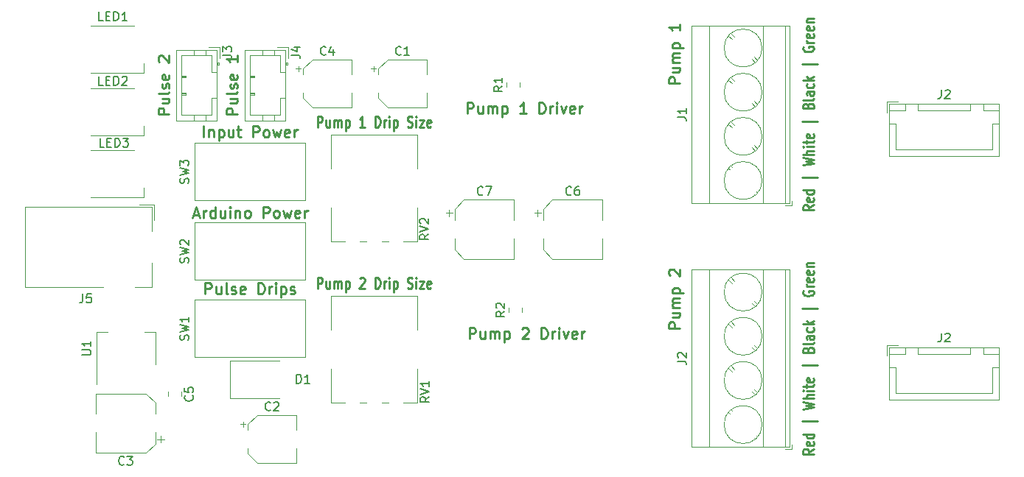
<source format=gto>
%MOIN*%
%OFA0B0*%
%FSLAX46Y46*%
%IPPOS*%
%LPD*%
%ADD10C,0.0047244094488188976*%
%ADD11C,0.005905511811023622*%
%ADD22C,0.00984251968503937*%
%ADD23C,0.0047244094488188976*%
%ADD24C,0.005905511811023622*%
%ADD25C,0.0047244094488188976*%
%ADD26C,0.005905511811023622*%
G01*
D10*
X0003913015Y0000630826D02*
X0003913015Y0000581614D01*
X0003962228Y0000630826D02*
X0003913015Y0000630826D01*
X0004391362Y0000414291D02*
X0004172858Y0000414291D01*
X0004391362Y0000530433D02*
X0004391362Y0000414291D01*
X0004420889Y0000530433D02*
X0004391362Y0000530433D01*
X0003954354Y0000414291D02*
X0004172858Y0000414291D01*
X0003954354Y0000530433D02*
X0003954354Y0000414291D01*
X0003924826Y0000530433D02*
X0003954354Y0000530433D01*
X0004420889Y0000619015D02*
X0004350023Y0000619015D01*
X0004420889Y0000589488D02*
X0004420889Y0000619015D01*
X0004350023Y0000589488D02*
X0004420889Y0000589488D01*
X0004350023Y0000619015D02*
X0004350023Y0000589488D01*
X0003995692Y0000619015D02*
X0003924826Y0000619015D01*
X0003995692Y0000589488D02*
X0003995692Y0000619015D01*
X0003924826Y0000589488D02*
X0003995692Y0000589488D01*
X0003924826Y0000619015D02*
X0003924826Y0000589488D01*
X0004290968Y0000619015D02*
X0004054748Y0000619015D01*
X0004290968Y0000589488D02*
X0004290968Y0000619015D01*
X0004054748Y0000589488D02*
X0004290968Y0000589488D01*
X0004054748Y0000619015D02*
X0004054748Y0000589488D01*
X0004421283Y0000619409D02*
X0003924433Y0000619409D01*
X0004421283Y0000384370D02*
X0004421283Y0000619409D01*
X0003924433Y0000384370D02*
X0004421283Y0000384370D01*
X0003924433Y0000619409D02*
X0003924433Y0000384370D01*
D11*
X0004159734Y0000683882D02*
X0004159734Y0000655761D01*
X0004157860Y0000650136D01*
X0004154110Y0000646387D01*
X0004148486Y0000644512D01*
X0004144736Y0000644512D01*
X0004176607Y0000680133D02*
X0004178482Y0000682007D01*
X0004182232Y0000683882D01*
X0004191605Y0000683882D01*
X0004195355Y0000682007D01*
X0004197230Y0000680133D01*
X0004199104Y0000676383D01*
X0004199104Y0000672634D01*
X0004197230Y0000667009D01*
X0004174733Y0000644512D01*
X0004199104Y0000644512D01*
G04 next file*
G04 #@! TF.GenerationSoftware,KiCad,Pcbnew,5.1.9-73d0e3b20d~88~ubuntu18.04.1*
G04 #@! TF.CreationDate,2021-02-13T22:05:11-05:00*
G04 #@! TF.ProjectId,driver,64726976-6572-42e6-9b69-6361645f7063,v1.0.0*
G04 #@! TF.SameCoordinates,Original*
G04 #@! TF.FileFunction,Legend,Top*
G04 #@! TF.FilePolarity,Positive*
G04 Gerber Fmt 4.6, Leading zero omitted, Abs format (unit mm)*
G04 Created by KiCad (PCBNEW 5.1.9-73d0e3b20d~88~ubuntu18.04.1) date 2021-02-13 22:05:11*
G01*
G04 APERTURE LIST*
G04 APERTURE END LIST*
D22*
X0003582262Y0000159745D02*
X0003558828Y0000146622D01*
X0003582262Y0000137248D02*
X0003533050Y0000137248D01*
X0003533050Y0000152246D01*
X0003535393Y0000155996D01*
X0003537737Y0000157870D01*
X0003542423Y0000159745D01*
X0003549454Y0000159745D01*
X0003554141Y0000157870D01*
X0003556484Y0000155996D01*
X0003558828Y0000152246D01*
X0003558828Y0000137248D01*
X0003579919Y0000191616D02*
X0003582262Y0000187867D01*
X0003582262Y0000180368D01*
X0003579919Y0000176618D01*
X0003575232Y0000174743D01*
X0003556484Y0000174743D01*
X0003551797Y0000176618D01*
X0003549454Y0000180368D01*
X0003549454Y0000187867D01*
X0003551797Y0000191616D01*
X0003556484Y0000193491D01*
X0003561171Y0000193491D01*
X0003565858Y0000174743D01*
X0003582262Y0000227237D02*
X0003533050Y0000227237D01*
X0003579919Y0000227237D02*
X0003582262Y0000223487D01*
X0003582262Y0000215988D01*
X0003579919Y0000212239D01*
X0003577575Y0000210364D01*
X0003572888Y0000208489D01*
X0003558828Y0000208489D01*
X0003554141Y0000210364D01*
X0003551797Y0000212239D01*
X0003549454Y0000215988D01*
X0003549454Y0000223487D01*
X0003551797Y0000227237D01*
X0003598666Y0000285355D02*
X0003528363Y0000285355D01*
X0003533050Y0000339723D02*
X0003582262Y0000349097D01*
X0003547110Y0000356596D01*
X0003582262Y0000364095D01*
X0003533050Y0000373468D01*
X0003582262Y0000388467D02*
X0003533050Y0000388467D01*
X0003582262Y0000405340D02*
X0003556484Y0000405340D01*
X0003551797Y0000403465D01*
X0003549454Y0000399715D01*
X0003549454Y0000394091D01*
X0003551797Y0000390341D01*
X0003554141Y0000388467D01*
X0003582262Y0000424087D02*
X0003549454Y0000424087D01*
X0003533050Y0000424087D02*
X0003535393Y0000422212D01*
X0003537737Y0000424087D01*
X0003535393Y0000425962D01*
X0003533050Y0000424087D01*
X0003537737Y0000424087D01*
X0003549454Y0000437211D02*
X0003549454Y0000452209D01*
X0003533050Y0000442835D02*
X0003575232Y0000442835D01*
X0003579919Y0000444710D01*
X0003582262Y0000448459D01*
X0003582262Y0000452209D01*
X0003579919Y0000480330D02*
X0003582262Y0000476581D01*
X0003582262Y0000469082D01*
X0003579919Y0000465332D01*
X0003575232Y0000463457D01*
X0003556484Y0000463457D01*
X0003551797Y0000465332D01*
X0003549454Y0000469082D01*
X0003549454Y0000476581D01*
X0003551797Y0000480330D01*
X0003556484Y0000482205D01*
X0003561171Y0000482205D01*
X0003565858Y0000463457D01*
X0003598666Y0000538448D02*
X0003528363Y0000538448D01*
X0003556484Y0000609689D02*
X0003558828Y0000615313D01*
X0003561171Y0000617188D01*
X0003565858Y0000619063D01*
X0003572888Y0000619063D01*
X0003577575Y0000617188D01*
X0003579919Y0000615313D01*
X0003582262Y0000611564D01*
X0003582262Y0000596566D01*
X0003533050Y0000596566D01*
X0003533050Y0000609689D01*
X0003535393Y0000613439D01*
X0003537737Y0000615313D01*
X0003542423Y0000617188D01*
X0003547110Y0000617188D01*
X0003551797Y0000615313D01*
X0003554141Y0000613439D01*
X0003556484Y0000609689D01*
X0003556484Y0000596566D01*
X0003582262Y0000641560D02*
X0003579919Y0000637810D01*
X0003575232Y0000635936D01*
X0003533050Y0000635936D01*
X0003582262Y0000673431D02*
X0003556484Y0000673431D01*
X0003551797Y0000671556D01*
X0003549454Y0000667807D01*
X0003549454Y0000660308D01*
X0003551797Y0000656558D01*
X0003579919Y0000673431D02*
X0003582262Y0000669681D01*
X0003582262Y0000660308D01*
X0003579919Y0000656558D01*
X0003575232Y0000654683D01*
X0003570545Y0000654683D01*
X0003565858Y0000656558D01*
X0003563515Y0000660308D01*
X0003563515Y0000669681D01*
X0003561171Y0000673431D01*
X0003579919Y0000709052D02*
X0003582262Y0000705302D01*
X0003582262Y0000697803D01*
X0003579919Y0000694053D01*
X0003577575Y0000692179D01*
X0003572888Y0000690304D01*
X0003558828Y0000690304D01*
X0003554141Y0000692179D01*
X0003551797Y0000694053D01*
X0003549454Y0000697803D01*
X0003549454Y0000705302D01*
X0003551797Y0000709052D01*
X0003582262Y0000725924D02*
X0003533050Y0000725924D01*
X0003563515Y0000729674D02*
X0003582262Y0000740923D01*
X0003549454Y0000740923D02*
X0003568202Y0000725924D01*
X0003598666Y0000797166D02*
X0003528363Y0000797166D01*
X0003535393Y0000875906D02*
X0003533050Y0000872156D01*
X0003533050Y0000866532D01*
X0003535393Y0000860908D01*
X0003540080Y0000857158D01*
X0003544767Y0000855283D01*
X0003554141Y0000853409D01*
X0003561171Y0000853409D01*
X0003570545Y0000855283D01*
X0003575232Y0000857158D01*
X0003579919Y0000860908D01*
X0003582262Y0000866532D01*
X0003582262Y0000870281D01*
X0003579919Y0000875906D01*
X0003577575Y0000877780D01*
X0003561171Y0000877780D01*
X0003561171Y0000870281D01*
X0003582262Y0000894653D02*
X0003549454Y0000894653D01*
X0003558828Y0000894653D02*
X0003554141Y0000896528D01*
X0003551797Y0000898403D01*
X0003549454Y0000902152D01*
X0003549454Y0000905902D01*
X0003579919Y0000934023D02*
X0003582262Y0000930274D01*
X0003582262Y0000922775D01*
X0003579919Y0000919025D01*
X0003575232Y0000917151D01*
X0003556484Y0000917151D01*
X0003551797Y0000919025D01*
X0003549454Y0000922775D01*
X0003549454Y0000930274D01*
X0003551797Y0000934023D01*
X0003556484Y0000935898D01*
X0003561171Y0000935898D01*
X0003565858Y0000917151D01*
X0003579919Y0000967769D02*
X0003582262Y0000964020D01*
X0003582262Y0000956521D01*
X0003579919Y0000952771D01*
X0003575232Y0000950896D01*
X0003556484Y0000950896D01*
X0003551797Y0000952771D01*
X0003549454Y0000956521D01*
X0003549454Y0000964020D01*
X0003551797Y0000967769D01*
X0003556484Y0000969644D01*
X0003561171Y0000969644D01*
X0003565858Y0000950896D01*
X0003549454Y0000986517D02*
X0003582262Y0000986517D01*
X0003554141Y0000986517D02*
X0003551797Y0000988392D01*
X0003549454Y0000992141D01*
X0003549454Y0000997765D01*
X0003551797Y0001001515D01*
X0003556484Y0001003390D01*
X0003582262Y0001003390D01*
X0003582262Y0001264745D02*
X0003558828Y0001251622D01*
X0003582262Y0001242248D02*
X0003533050Y0001242248D01*
X0003533050Y0001257246D01*
X0003535393Y0001260996D01*
X0003537737Y0001262870D01*
X0003542423Y0001264745D01*
X0003549454Y0001264745D01*
X0003554141Y0001262870D01*
X0003556484Y0001260996D01*
X0003558828Y0001257246D01*
X0003558828Y0001242248D01*
X0003579919Y0001296616D02*
X0003582262Y0001292867D01*
X0003582262Y0001285368D01*
X0003579919Y0001281618D01*
X0003575232Y0001279743D01*
X0003556484Y0001279743D01*
X0003551797Y0001281618D01*
X0003549454Y0001285368D01*
X0003549454Y0001292867D01*
X0003551797Y0001296616D01*
X0003556484Y0001298491D01*
X0003561171Y0001298491D01*
X0003565858Y0001279743D01*
X0003582262Y0001332237D02*
X0003533050Y0001332237D01*
X0003579919Y0001332237D02*
X0003582262Y0001328487D01*
X0003582262Y0001320988D01*
X0003579919Y0001317239D01*
X0003577575Y0001315364D01*
X0003572888Y0001313489D01*
X0003558828Y0001313489D01*
X0003554141Y0001315364D01*
X0003551797Y0001317239D01*
X0003549454Y0001320988D01*
X0003549454Y0001328487D01*
X0003551797Y0001332237D01*
X0003598666Y0001390355D02*
X0003528363Y0001390355D01*
X0003533050Y0001444723D02*
X0003582262Y0001454097D01*
X0003547110Y0001461596D01*
X0003582262Y0001469095D01*
X0003533050Y0001478468D01*
X0003582262Y0001493467D02*
X0003533050Y0001493467D01*
X0003582262Y0001510340D02*
X0003556484Y0001510340D01*
X0003551797Y0001508465D01*
X0003549454Y0001504715D01*
X0003549454Y0001499091D01*
X0003551797Y0001495341D01*
X0003554141Y0001493467D01*
X0003582262Y0001529087D02*
X0003549454Y0001529087D01*
X0003533050Y0001529087D02*
X0003535393Y0001527212D01*
X0003537737Y0001529087D01*
X0003535393Y0001530962D01*
X0003533050Y0001529087D01*
X0003537737Y0001529087D01*
X0003549454Y0001542211D02*
X0003549454Y0001557209D01*
X0003533050Y0001547835D02*
X0003575232Y0001547835D01*
X0003579919Y0001549710D01*
X0003582262Y0001553459D01*
X0003582262Y0001557209D01*
X0003579919Y0001585330D02*
X0003582262Y0001581581D01*
X0003582262Y0001574082D01*
X0003579919Y0001570332D01*
X0003575232Y0001568457D01*
X0003556484Y0001568457D01*
X0003551797Y0001570332D01*
X0003549454Y0001574082D01*
X0003549454Y0001581581D01*
X0003551797Y0001585330D01*
X0003556484Y0001587205D01*
X0003561171Y0001587205D01*
X0003565858Y0001568457D01*
X0003598666Y0001643448D02*
X0003528363Y0001643448D01*
X0003556484Y0001714689D02*
X0003558828Y0001720313D01*
X0003561171Y0001722188D01*
X0003565858Y0001724063D01*
X0003572888Y0001724063D01*
X0003577575Y0001722188D01*
X0003579919Y0001720313D01*
X0003582262Y0001716564D01*
X0003582262Y0001701566D01*
X0003533050Y0001701566D01*
X0003533050Y0001714689D01*
X0003535393Y0001718439D01*
X0003537737Y0001720313D01*
X0003542423Y0001722188D01*
X0003547110Y0001722188D01*
X0003551797Y0001720313D01*
X0003554141Y0001718439D01*
X0003556484Y0001714689D01*
X0003556484Y0001701566D01*
X0003582262Y0001746560D02*
X0003579919Y0001742810D01*
X0003575232Y0001740936D01*
X0003533050Y0001740936D01*
X0003582262Y0001778431D02*
X0003556484Y0001778431D01*
X0003551797Y0001776556D01*
X0003549454Y0001772807D01*
X0003549454Y0001765308D01*
X0003551797Y0001761558D01*
X0003579919Y0001778431D02*
X0003582262Y0001774681D01*
X0003582262Y0001765308D01*
X0003579919Y0001761558D01*
X0003575232Y0001759683D01*
X0003570545Y0001759683D01*
X0003565858Y0001761558D01*
X0003563515Y0001765308D01*
X0003563515Y0001774681D01*
X0003561171Y0001778431D01*
X0003579919Y0001814052D02*
X0003582262Y0001810302D01*
X0003582262Y0001802803D01*
X0003579919Y0001799053D01*
X0003577575Y0001797179D01*
X0003572888Y0001795304D01*
X0003558828Y0001795304D01*
X0003554141Y0001797179D01*
X0003551797Y0001799053D01*
X0003549454Y0001802803D01*
X0003549454Y0001810302D01*
X0003551797Y0001814052D01*
X0003582262Y0001830924D02*
X0003533050Y0001830924D01*
X0003563515Y0001834674D02*
X0003582262Y0001845923D01*
X0003549454Y0001845923D02*
X0003568202Y0001830924D01*
X0003598666Y0001902166D02*
X0003528363Y0001902166D01*
X0003535393Y0001980906D02*
X0003533050Y0001977156D01*
X0003533050Y0001971532D01*
X0003535393Y0001965908D01*
X0003540080Y0001962158D01*
X0003544767Y0001960283D01*
X0003554141Y0001958409D01*
X0003561171Y0001958409D01*
X0003570545Y0001960283D01*
X0003575232Y0001962158D01*
X0003579919Y0001965908D01*
X0003582262Y0001971532D01*
X0003582262Y0001975281D01*
X0003579919Y0001980906D01*
X0003577575Y0001982780D01*
X0003561171Y0001982780D01*
X0003561171Y0001975281D01*
X0003582262Y0001999653D02*
X0003549454Y0001999653D01*
X0003558828Y0001999653D02*
X0003554141Y0002001528D01*
X0003551797Y0002003403D01*
X0003549454Y0002007152D01*
X0003549454Y0002010902D01*
X0003579919Y0002039023D02*
X0003582262Y0002035274D01*
X0003582262Y0002027775D01*
X0003579919Y0002024025D01*
X0003575232Y0002022151D01*
X0003556484Y0002022151D01*
X0003551797Y0002024025D01*
X0003549454Y0002027775D01*
X0003549454Y0002035274D01*
X0003551797Y0002039023D01*
X0003556484Y0002040898D01*
X0003561171Y0002040898D01*
X0003565858Y0002022151D01*
X0003579919Y0002072769D02*
X0003582262Y0002069020D01*
X0003582262Y0002061521D01*
X0003579919Y0002057771D01*
X0003575232Y0002055896D01*
X0003556484Y0002055896D01*
X0003551797Y0002057771D01*
X0003549454Y0002061521D01*
X0003549454Y0002069020D01*
X0003551797Y0002072769D01*
X0003556484Y0002074644D01*
X0003561171Y0002074644D01*
X0003565858Y0002055896D01*
X0003549454Y0002091517D02*
X0003582262Y0002091517D01*
X0003554141Y0002091517D02*
X0003551797Y0002093392D01*
X0003549454Y0002097141D01*
X0003549454Y0002102765D01*
X0003551797Y0002106515D01*
X0003556484Y0002108390D01*
X0003582262Y0002108390D01*
X0001338669Y0000887056D02*
X0001338669Y0000936269D01*
X0001353667Y0000936269D01*
X0001357416Y0000933925D01*
X0001359291Y0000931582D01*
X0001361166Y0000926895D01*
X0001361166Y0000919864D01*
X0001359291Y0000915178D01*
X0001357416Y0000912834D01*
X0001353667Y0000910491D01*
X0001338669Y0000910491D01*
X0001394912Y0000919864D02*
X0001394912Y0000887056D01*
X0001378039Y0000919864D02*
X0001378039Y0000894086D01*
X0001379914Y0000889400D01*
X0001383663Y0000887056D01*
X0001389287Y0000887056D01*
X0001393037Y0000889400D01*
X0001394912Y0000891743D01*
X0001413659Y0000887056D02*
X0001413659Y0000919864D01*
X0001413659Y0000915178D02*
X0001415534Y0000917521D01*
X0001419284Y0000919864D01*
X0001424908Y0000919864D01*
X0001428657Y0000917521D01*
X0001430532Y0000912834D01*
X0001430532Y0000887056D01*
X0001430532Y0000912834D02*
X0001432407Y0000917521D01*
X0001436157Y0000919864D01*
X0001441781Y0000919864D01*
X0001445530Y0000917521D01*
X0001447405Y0000912834D01*
X0001447405Y0000887056D01*
X0001466153Y0000919864D02*
X0001466153Y0000870652D01*
X0001466153Y0000917521D02*
X0001469902Y0000919864D01*
X0001477401Y0000919864D01*
X0001481151Y0000917521D01*
X0001483026Y0000915178D01*
X0001484900Y0000910491D01*
X0001484900Y0000896430D01*
X0001483026Y0000891743D01*
X0001481151Y0000889400D01*
X0001477401Y0000887056D01*
X0001469902Y0000887056D01*
X0001466153Y0000889400D01*
X0001529895Y0000931582D02*
X0001531770Y0000933925D01*
X0001535519Y0000936269D01*
X0001544893Y0000936269D01*
X0001548642Y0000933925D01*
X0001550517Y0000931582D01*
X0001552392Y0000926895D01*
X0001552392Y0000922208D01*
X0001550517Y0000915178D01*
X0001528020Y0000887056D01*
X0001552392Y0000887056D01*
X0001599261Y0000887056D02*
X0001599261Y0000936269D01*
X0001608635Y0000936269D01*
X0001614259Y0000933925D01*
X0001618009Y0000929238D01*
X0001619884Y0000924551D01*
X0001621758Y0000915178D01*
X0001621758Y0000908147D01*
X0001619884Y0000898773D01*
X0001618009Y0000894086D01*
X0001614259Y0000889400D01*
X0001608635Y0000887056D01*
X0001599261Y0000887056D01*
X0001638631Y0000887056D02*
X0001638631Y0000919864D01*
X0001638631Y0000910491D02*
X0001640506Y0000915178D01*
X0001642381Y0000917521D01*
X0001646130Y0000919864D01*
X0001649880Y0000919864D01*
X0001663003Y0000887056D02*
X0001663003Y0000919864D01*
X0001663003Y0000936269D02*
X0001661128Y0000933925D01*
X0001663003Y0000931582D01*
X0001664878Y0000933925D01*
X0001663003Y0000936269D01*
X0001663003Y0000931582D01*
X0001681751Y0000919864D02*
X0001681751Y0000870652D01*
X0001681751Y0000917521D02*
X0001685500Y0000919864D01*
X0001692999Y0000919864D01*
X0001696749Y0000917521D01*
X0001698624Y0000915178D01*
X0001700498Y0000910491D01*
X0001700498Y0000896430D01*
X0001698624Y0000891743D01*
X0001696749Y0000889400D01*
X0001692999Y0000887056D01*
X0001685500Y0000887056D01*
X0001681751Y0000889400D01*
X0001745493Y0000889400D02*
X0001751117Y0000887056D01*
X0001760491Y0000887056D01*
X0001764240Y0000889400D01*
X0001766115Y0000891743D01*
X0001767990Y0000896430D01*
X0001767990Y0000901117D01*
X0001766115Y0000905804D01*
X0001764240Y0000908147D01*
X0001760491Y0000910491D01*
X0001752992Y0000912834D01*
X0001749242Y0000915178D01*
X0001747368Y0000917521D01*
X0001745493Y0000922208D01*
X0001745493Y0000926895D01*
X0001747368Y0000931582D01*
X0001749242Y0000933925D01*
X0001752992Y0000936269D01*
X0001762366Y0000936269D01*
X0001767990Y0000933925D01*
X0001784863Y0000887056D02*
X0001784863Y0000919864D01*
X0001784863Y0000936269D02*
X0001782988Y0000933925D01*
X0001784863Y0000931582D01*
X0001786738Y0000933925D01*
X0001784863Y0000936269D01*
X0001784863Y0000931582D01*
X0001799861Y0000919864D02*
X0001820483Y0000919864D01*
X0001799861Y0000887056D01*
X0001820483Y0000887056D01*
X0001850480Y0000889400D02*
X0001846730Y0000887056D01*
X0001839231Y0000887056D01*
X0001835482Y0000889400D01*
X0001833607Y0000894086D01*
X0001833607Y0000912834D01*
X0001835482Y0000917521D01*
X0001839231Y0000919864D01*
X0001846730Y0000919864D01*
X0001850480Y0000917521D01*
X0001852355Y0000912834D01*
X0001852355Y0000908147D01*
X0001833607Y0000903460D01*
X0002025219Y0000658902D02*
X0002025219Y0000708115D01*
X0002043967Y0000708115D01*
X0002048654Y0000705772D01*
X0002050997Y0000703428D01*
X0002053341Y0000698741D01*
X0002053341Y0000691711D01*
X0002050997Y0000687024D01*
X0002048654Y0000684681D01*
X0002043967Y0000682337D01*
X0002025219Y0000682337D01*
X0002095523Y0000691711D02*
X0002095523Y0000658902D01*
X0002074432Y0000691711D02*
X0002074432Y0000665933D01*
X0002076775Y0000661246D01*
X0002081462Y0000658902D01*
X0002088492Y0000658902D01*
X0002093179Y0000661246D01*
X0002095523Y0000663589D01*
X0002118957Y0000658902D02*
X0002118957Y0000691711D01*
X0002118957Y0000687024D02*
X0002121301Y0000689367D01*
X0002125988Y0000691711D01*
X0002133018Y0000691711D01*
X0002137705Y0000689367D01*
X0002140049Y0000684681D01*
X0002140049Y0000658902D01*
X0002140049Y0000684681D02*
X0002142392Y0000689367D01*
X0002147079Y0000691711D01*
X0002154109Y0000691711D01*
X0002158796Y0000689367D01*
X0002161140Y0000684681D01*
X0002161140Y0000658902D01*
X0002184574Y0000691711D02*
X0002184574Y0000642498D01*
X0002184574Y0000689367D02*
X0002189261Y0000691711D01*
X0002198635Y0000691711D01*
X0002203322Y0000689367D01*
X0002205665Y0000687024D01*
X0002208009Y0000682337D01*
X0002208009Y0000668276D01*
X0002205665Y0000663589D01*
X0002203322Y0000661246D01*
X0002198635Y0000658902D01*
X0002189261Y0000658902D01*
X0002184574Y0000661246D01*
X0002264252Y0000703428D02*
X0002266595Y0000705772D01*
X0002271282Y0000708115D01*
X0002282999Y0000708115D01*
X0002287686Y0000705772D01*
X0002290030Y0000703428D01*
X0002292373Y0000698741D01*
X0002292373Y0000694054D01*
X0002290030Y0000687024D01*
X0002261908Y0000658902D01*
X0002292373Y0000658902D01*
X0002350960Y0000658902D02*
X0002350960Y0000708115D01*
X0002362677Y0000708115D01*
X0002369707Y0000705772D01*
X0002374394Y0000701085D01*
X0002376738Y0000696398D01*
X0002379081Y0000687024D01*
X0002379081Y0000679994D01*
X0002376738Y0000670620D01*
X0002374394Y0000665933D01*
X0002369707Y0000661246D01*
X0002362677Y0000658902D01*
X0002350960Y0000658902D01*
X0002400172Y0000658902D02*
X0002400172Y0000691711D01*
X0002400172Y0000682337D02*
X0002402516Y0000687024D01*
X0002404859Y0000689367D01*
X0002409546Y0000691711D01*
X0002414233Y0000691711D01*
X0002430637Y0000658902D02*
X0002430637Y0000691711D01*
X0002430637Y0000708115D02*
X0002428294Y0000705772D01*
X0002430637Y0000703428D01*
X0002432981Y0000705772D01*
X0002430637Y0000708115D01*
X0002430637Y0000703428D01*
X0002449385Y0000691711D02*
X0002461102Y0000658902D01*
X0002472819Y0000691711D01*
X0002510315Y0000661246D02*
X0002505628Y0000658902D01*
X0002496254Y0000658902D01*
X0002491567Y0000661246D01*
X0002489224Y0000665933D01*
X0002489224Y0000684681D01*
X0002491567Y0000689367D01*
X0002496254Y0000691711D01*
X0002505628Y0000691711D01*
X0002510315Y0000689367D01*
X0002512658Y0000684681D01*
X0002512658Y0000679994D01*
X0002489224Y0000675307D01*
X0002533749Y0000658902D02*
X0002533749Y0000691711D01*
X0002533749Y0000682337D02*
X0002536093Y0000687024D01*
X0002538436Y0000689367D01*
X0002543123Y0000691711D01*
X0002547810Y0000691711D01*
X0002015219Y0001678902D02*
X0002015219Y0001728115D01*
X0002033967Y0001728115D01*
X0002038654Y0001725772D01*
X0002040997Y0001723428D01*
X0002043341Y0001718741D01*
X0002043341Y0001711711D01*
X0002040997Y0001707024D01*
X0002038654Y0001704681D01*
X0002033967Y0001702337D01*
X0002015219Y0001702337D01*
X0002085523Y0001711711D02*
X0002085523Y0001678902D01*
X0002064432Y0001711711D02*
X0002064432Y0001685933D01*
X0002066775Y0001681246D01*
X0002071462Y0001678902D01*
X0002078492Y0001678902D01*
X0002083179Y0001681246D01*
X0002085523Y0001683589D01*
X0002108957Y0001678902D02*
X0002108957Y0001711711D01*
X0002108957Y0001707024D02*
X0002111301Y0001709367D01*
X0002115988Y0001711711D01*
X0002123018Y0001711711D01*
X0002127705Y0001709367D01*
X0002130049Y0001704681D01*
X0002130049Y0001678902D01*
X0002130049Y0001704681D02*
X0002132392Y0001709367D01*
X0002137079Y0001711711D01*
X0002144109Y0001711711D01*
X0002148796Y0001709367D01*
X0002151140Y0001704681D01*
X0002151140Y0001678902D01*
X0002174574Y0001711711D02*
X0002174574Y0001662498D01*
X0002174574Y0001709367D02*
X0002179261Y0001711711D01*
X0002188635Y0001711711D01*
X0002193322Y0001709367D01*
X0002195665Y0001707024D01*
X0002198009Y0001702337D01*
X0002198009Y0001688276D01*
X0002195665Y0001683589D01*
X0002193322Y0001681246D01*
X0002188635Y0001678902D01*
X0002179261Y0001678902D01*
X0002174574Y0001681246D01*
X0002282373Y0001678902D02*
X0002254252Y0001678902D01*
X0002268312Y0001678902D02*
X0002268312Y0001728115D01*
X0002263626Y0001721085D01*
X0002258939Y0001716398D01*
X0002254252Y0001714054D01*
X0002340960Y0001678902D02*
X0002340960Y0001728115D01*
X0002352677Y0001728115D01*
X0002359707Y0001725772D01*
X0002364394Y0001721085D01*
X0002366738Y0001716398D01*
X0002369081Y0001707024D01*
X0002369081Y0001699994D01*
X0002366738Y0001690620D01*
X0002364394Y0001685933D01*
X0002359707Y0001681246D01*
X0002352677Y0001678902D01*
X0002340960Y0001678902D01*
X0002390172Y0001678902D02*
X0002390172Y0001711711D01*
X0002390172Y0001702337D02*
X0002392516Y0001707024D01*
X0002394859Y0001709367D01*
X0002399546Y0001711711D01*
X0002404233Y0001711711D01*
X0002420637Y0001678902D02*
X0002420637Y0001711711D01*
X0002420637Y0001728115D02*
X0002418294Y0001725772D01*
X0002420637Y0001723428D01*
X0002422981Y0001725772D01*
X0002420637Y0001728115D01*
X0002420637Y0001723428D01*
X0002439385Y0001711711D02*
X0002451102Y0001678902D01*
X0002462819Y0001711711D01*
X0002500315Y0001681246D02*
X0002495628Y0001678902D01*
X0002486254Y0001678902D01*
X0002481567Y0001681246D01*
X0002479224Y0001685933D01*
X0002479224Y0001704681D01*
X0002481567Y0001709367D01*
X0002486254Y0001711711D01*
X0002495628Y0001711711D01*
X0002500315Y0001709367D01*
X0002502658Y0001704681D01*
X0002502658Y0001699994D01*
X0002479224Y0001695307D01*
X0002523749Y0001678902D02*
X0002523749Y0001711711D01*
X0002523749Y0001702337D02*
X0002526093Y0001707024D01*
X0002528436Y0001709367D01*
X0002533123Y0001711711D01*
X0002537810Y0001711711D01*
X0002977262Y0000706914D02*
X0002928050Y0000706914D01*
X0002928050Y0000725661D01*
X0002930393Y0000730348D01*
X0002932737Y0000732692D01*
X0002937423Y0000735035D01*
X0002944454Y0000735035D01*
X0002949141Y0000732692D01*
X0002951484Y0000730348D01*
X0002953828Y0000725661D01*
X0002953828Y0000706914D01*
X0002944454Y0000777217D02*
X0002977262Y0000777217D01*
X0002944454Y0000756126D02*
X0002970232Y0000756126D01*
X0002974919Y0000758470D01*
X0002977262Y0000763157D01*
X0002977262Y0000770187D01*
X0002974919Y0000774874D01*
X0002972575Y0000777217D01*
X0002977262Y0000800652D02*
X0002944454Y0000800652D01*
X0002949141Y0000800652D02*
X0002946797Y0000802995D01*
X0002944454Y0000807682D01*
X0002944454Y0000814713D01*
X0002946797Y0000819400D01*
X0002951484Y0000821743D01*
X0002977262Y0000821743D01*
X0002951484Y0000821743D02*
X0002946797Y0000824086D01*
X0002944454Y0000828773D01*
X0002944454Y0000835804D01*
X0002946797Y0000840491D01*
X0002951484Y0000842834D01*
X0002977262Y0000842834D01*
X0002944454Y0000866269D02*
X0002993666Y0000866269D01*
X0002946797Y0000866269D02*
X0002944454Y0000870956D01*
X0002944454Y0000880329D01*
X0002946797Y0000885016D01*
X0002949141Y0000887360D01*
X0002953828Y0000889703D01*
X0002967888Y0000889703D01*
X0002972575Y0000887360D01*
X0002974919Y0000885016D01*
X0002977262Y0000880329D01*
X0002977262Y0000870956D01*
X0002974919Y0000866269D01*
X0002932737Y0000945946D02*
X0002930393Y0000948290D01*
X0002928050Y0000952977D01*
X0002928050Y0000964694D01*
X0002930393Y0000969381D01*
X0002932737Y0000971724D01*
X0002937423Y0000974068D01*
X0002942110Y0000974068D01*
X0002949141Y0000971724D01*
X0002977262Y0000943603D01*
X0002977262Y0000974068D01*
X0002977262Y0001816914D02*
X0002928050Y0001816914D01*
X0002928050Y0001835661D01*
X0002930393Y0001840348D01*
X0002932737Y0001842692D01*
X0002937423Y0001845035D01*
X0002944454Y0001845035D01*
X0002949141Y0001842692D01*
X0002951484Y0001840348D01*
X0002953828Y0001835661D01*
X0002953828Y0001816914D01*
X0002944454Y0001887217D02*
X0002977262Y0001887217D01*
X0002944454Y0001866126D02*
X0002970232Y0001866126D01*
X0002974919Y0001868470D01*
X0002977262Y0001873157D01*
X0002977262Y0001880187D01*
X0002974919Y0001884874D01*
X0002972575Y0001887217D01*
X0002977262Y0001910652D02*
X0002944454Y0001910652D01*
X0002949141Y0001910652D02*
X0002946797Y0001912995D01*
X0002944454Y0001917682D01*
X0002944454Y0001924713D01*
X0002946797Y0001929400D01*
X0002951484Y0001931743D01*
X0002977262Y0001931743D01*
X0002951484Y0001931743D02*
X0002946797Y0001934086D01*
X0002944454Y0001938773D01*
X0002944454Y0001945804D01*
X0002946797Y0001950491D01*
X0002951484Y0001952834D01*
X0002977262Y0001952834D01*
X0002944454Y0001976269D02*
X0002993666Y0001976269D01*
X0002946797Y0001976269D02*
X0002944454Y0001980956D01*
X0002944454Y0001990329D01*
X0002946797Y0001995016D01*
X0002949141Y0001997360D01*
X0002953828Y0001999703D01*
X0002967888Y0001999703D01*
X0002972575Y0001997360D01*
X0002974919Y0001995016D01*
X0002977262Y0001990329D01*
X0002977262Y0001980956D01*
X0002974919Y0001976269D01*
X0002977262Y0002084068D02*
X0002977262Y0002055946D01*
X0002977262Y0002070007D02*
X0002928050Y0002070007D01*
X0002935080Y0002065320D01*
X0002939767Y0002060633D01*
X0002942110Y0002055946D01*
X0001338669Y0001617056D02*
X0001338669Y0001666269D01*
X0001353667Y0001666269D01*
X0001357416Y0001663925D01*
X0001359291Y0001661582D01*
X0001361166Y0001656895D01*
X0001361166Y0001649864D01*
X0001359291Y0001645178D01*
X0001357416Y0001642834D01*
X0001353667Y0001640491D01*
X0001338669Y0001640491D01*
X0001394912Y0001649864D02*
X0001394912Y0001617056D01*
X0001378039Y0001649864D02*
X0001378039Y0001624086D01*
X0001379914Y0001619400D01*
X0001383663Y0001617056D01*
X0001389287Y0001617056D01*
X0001393037Y0001619400D01*
X0001394912Y0001621743D01*
X0001413659Y0001617056D02*
X0001413659Y0001649864D01*
X0001413659Y0001645178D02*
X0001415534Y0001647521D01*
X0001419284Y0001649864D01*
X0001424908Y0001649864D01*
X0001428657Y0001647521D01*
X0001430532Y0001642834D01*
X0001430532Y0001617056D01*
X0001430532Y0001642834D02*
X0001432407Y0001647521D01*
X0001436157Y0001649864D01*
X0001441781Y0001649864D01*
X0001445530Y0001647521D01*
X0001447405Y0001642834D01*
X0001447405Y0001617056D01*
X0001466153Y0001649864D02*
X0001466153Y0001600652D01*
X0001466153Y0001647521D02*
X0001469902Y0001649864D01*
X0001477401Y0001649864D01*
X0001481151Y0001647521D01*
X0001483026Y0001645178D01*
X0001484900Y0001640491D01*
X0001484900Y0001626430D01*
X0001483026Y0001621743D01*
X0001481151Y0001619400D01*
X0001477401Y0001617056D01*
X0001469902Y0001617056D01*
X0001466153Y0001619400D01*
X0001552392Y0001617056D02*
X0001529895Y0001617056D01*
X0001541143Y0001617056D02*
X0001541143Y0001666269D01*
X0001537394Y0001659238D01*
X0001533644Y0001654551D01*
X0001529895Y0001652208D01*
X0001599261Y0001617056D02*
X0001599261Y0001666269D01*
X0001608635Y0001666269D01*
X0001614259Y0001663925D01*
X0001618009Y0001659238D01*
X0001619884Y0001654551D01*
X0001621758Y0001645178D01*
X0001621758Y0001638147D01*
X0001619884Y0001628773D01*
X0001618009Y0001624086D01*
X0001614259Y0001619400D01*
X0001608635Y0001617056D01*
X0001599261Y0001617056D01*
X0001638631Y0001617056D02*
X0001638631Y0001649864D01*
X0001638631Y0001640491D02*
X0001640506Y0001645178D01*
X0001642381Y0001647521D01*
X0001646130Y0001649864D01*
X0001649880Y0001649864D01*
X0001663003Y0001617056D02*
X0001663003Y0001649864D01*
X0001663003Y0001666269D02*
X0001661128Y0001663925D01*
X0001663003Y0001661582D01*
X0001664878Y0001663925D01*
X0001663003Y0001666269D01*
X0001663003Y0001661582D01*
X0001681751Y0001649864D02*
X0001681751Y0001600652D01*
X0001681751Y0001647521D02*
X0001685500Y0001649864D01*
X0001692999Y0001649864D01*
X0001696749Y0001647521D01*
X0001698624Y0001645178D01*
X0001700498Y0001640491D01*
X0001700498Y0001626430D01*
X0001698624Y0001621743D01*
X0001696749Y0001619400D01*
X0001692999Y0001617056D01*
X0001685500Y0001617056D01*
X0001681751Y0001619400D01*
X0001745493Y0001619400D02*
X0001751117Y0001617056D01*
X0001760491Y0001617056D01*
X0001764240Y0001619400D01*
X0001766115Y0001621743D01*
X0001767990Y0001626430D01*
X0001767990Y0001631117D01*
X0001766115Y0001635804D01*
X0001764240Y0001638147D01*
X0001760491Y0001640491D01*
X0001752992Y0001642834D01*
X0001749242Y0001645178D01*
X0001747368Y0001647521D01*
X0001745493Y0001652208D01*
X0001745493Y0001656895D01*
X0001747368Y0001661582D01*
X0001749242Y0001663925D01*
X0001752992Y0001666269D01*
X0001762366Y0001666269D01*
X0001767990Y0001663925D01*
X0001784863Y0001617056D02*
X0001784863Y0001649864D01*
X0001784863Y0001666269D02*
X0001782988Y0001663925D01*
X0001784863Y0001661582D01*
X0001786738Y0001663925D01*
X0001784863Y0001666269D01*
X0001784863Y0001661582D01*
X0001799861Y0001649864D02*
X0001820483Y0001649864D01*
X0001799861Y0001617056D01*
X0001820483Y0001617056D01*
X0001850480Y0001619400D02*
X0001846730Y0001617056D01*
X0001839231Y0001617056D01*
X0001835482Y0001619400D01*
X0001833607Y0001624086D01*
X0001833607Y0001642834D01*
X0001835482Y0001647521D01*
X0001839231Y0001649864D01*
X0001846730Y0001649864D01*
X0001850480Y0001647521D01*
X0001852355Y0001642834D01*
X0001852355Y0001638147D01*
X0001833607Y0001633460D01*
X0000831462Y0000862056D02*
X0000831462Y0000911269D01*
X0000850210Y0000911269D01*
X0000854897Y0000908925D01*
X0000857240Y0000906582D01*
X0000859584Y0000901895D01*
X0000859584Y0000894864D01*
X0000857240Y0000890178D01*
X0000854897Y0000887834D01*
X0000850210Y0000885491D01*
X0000831462Y0000885491D01*
X0000901766Y0000894864D02*
X0000901766Y0000862056D01*
X0000880675Y0000894864D02*
X0000880675Y0000869086D01*
X0000883018Y0000864400D01*
X0000887705Y0000862056D01*
X0000894735Y0000862056D01*
X0000899422Y0000864400D01*
X0000901766Y0000866743D01*
X0000932231Y0000862056D02*
X0000927544Y0000864400D01*
X0000925200Y0000869086D01*
X0000925200Y0000911269D01*
X0000948635Y0000864400D02*
X0000953322Y0000862056D01*
X0000962696Y0000862056D01*
X0000967383Y0000864400D01*
X0000969726Y0000869086D01*
X0000969726Y0000871430D01*
X0000967383Y0000876117D01*
X0000962696Y0000878460D01*
X0000955665Y0000878460D01*
X0000950978Y0000880804D01*
X0000948635Y0000885491D01*
X0000948635Y0000887834D01*
X0000950978Y0000892521D01*
X0000955665Y0000894864D01*
X0000962696Y0000894864D01*
X0000967383Y0000892521D01*
X0001009565Y0000864400D02*
X0001004878Y0000862056D01*
X0000995504Y0000862056D01*
X0000990817Y0000864400D01*
X0000988474Y0000869086D01*
X0000988474Y0000887834D01*
X0000990817Y0000892521D01*
X0000995504Y0000894864D01*
X0001004878Y0000894864D01*
X0001009565Y0000892521D01*
X0001011908Y0000887834D01*
X0001011908Y0000883147D01*
X0000988474Y0000878460D01*
X0001070495Y0000862056D02*
X0001070495Y0000911269D01*
X0001082212Y0000911269D01*
X0001089242Y0000908925D01*
X0001093929Y0000904238D01*
X0001096273Y0000899551D01*
X0001098616Y0000890178D01*
X0001098616Y0000883147D01*
X0001096273Y0000873773D01*
X0001093929Y0000869086D01*
X0001089242Y0000864400D01*
X0001082212Y0000862056D01*
X0001070495Y0000862056D01*
X0001119707Y0000862056D02*
X0001119707Y0000894864D01*
X0001119707Y0000885491D02*
X0001122051Y0000890178D01*
X0001124394Y0000892521D01*
X0001129081Y0000894864D01*
X0001133768Y0000894864D01*
X0001150172Y0000862056D02*
X0001150172Y0000894864D01*
X0001150172Y0000911269D02*
X0001147829Y0000908925D01*
X0001150172Y0000906582D01*
X0001152516Y0000908925D01*
X0001150172Y0000911269D01*
X0001150172Y0000906582D01*
X0001173607Y0000894864D02*
X0001173607Y0000845652D01*
X0001173607Y0000892521D02*
X0001178294Y0000894864D01*
X0001187668Y0000894864D01*
X0001192355Y0000892521D01*
X0001194698Y0000890178D01*
X0001197041Y0000885491D01*
X0001197041Y0000871430D01*
X0001194698Y0000866743D01*
X0001192355Y0000864400D01*
X0001187668Y0000862056D01*
X0001178294Y0000862056D01*
X0001173607Y0000864400D01*
X0001215789Y0000864400D02*
X0001220476Y0000862056D01*
X0001229850Y0000862056D01*
X0001234537Y0000864400D01*
X0001236880Y0000869086D01*
X0001236880Y0000871430D01*
X0001234537Y0000876117D01*
X0001229850Y0000878460D01*
X0001222819Y0000878460D01*
X0001218132Y0000880804D01*
X0001215789Y0000885491D01*
X0001215789Y0000887834D01*
X0001218132Y0000892521D01*
X0001222819Y0000894864D01*
X0001229850Y0000894864D01*
X0001234537Y0000892521D01*
X0000779563Y0001221117D02*
X0000802997Y0001221117D01*
X0000774876Y0001207056D02*
X0000791280Y0001256269D01*
X0000807684Y0001207056D01*
X0000824088Y0001207056D02*
X0000824088Y0001239864D01*
X0000824088Y0001230491D02*
X0000826432Y0001235178D01*
X0000828775Y0001237521D01*
X0000833462Y0001239864D01*
X0000838149Y0001239864D01*
X0000875644Y0001207056D02*
X0000875644Y0001256269D01*
X0000875644Y0001209400D02*
X0000870957Y0001207056D01*
X0000861584Y0001207056D01*
X0000856897Y0001209400D01*
X0000854553Y0001211743D01*
X0000852210Y0001216430D01*
X0000852210Y0001230491D01*
X0000854553Y0001235178D01*
X0000856897Y0001237521D01*
X0000861584Y0001239864D01*
X0000870957Y0001239864D01*
X0000875644Y0001237521D01*
X0000920170Y0001239864D02*
X0000920170Y0001207056D01*
X0000899079Y0001239864D02*
X0000899079Y0001214086D01*
X0000901422Y0001209400D01*
X0000906109Y0001207056D01*
X0000913140Y0001207056D01*
X0000917827Y0001209400D01*
X0000920170Y0001211743D01*
X0000943605Y0001207056D02*
X0000943605Y0001239864D01*
X0000943605Y0001256269D02*
X0000941261Y0001253925D01*
X0000943605Y0001251582D01*
X0000945948Y0001253925D01*
X0000943605Y0001256269D01*
X0000943605Y0001251582D01*
X0000967039Y0001239864D02*
X0000967039Y0001207056D01*
X0000967039Y0001235178D02*
X0000969383Y0001237521D01*
X0000974070Y0001239864D01*
X0000981100Y0001239864D01*
X0000985787Y0001237521D01*
X0000988130Y0001232834D01*
X0000988130Y0001207056D01*
X0001018595Y0001207056D02*
X0001013908Y0001209400D01*
X0001011565Y0001211743D01*
X0001009221Y0001216430D01*
X0001009221Y0001230491D01*
X0001011565Y0001235178D01*
X0001013908Y0001237521D01*
X0001018595Y0001239864D01*
X0001025626Y0001239864D01*
X0001030312Y0001237521D01*
X0001032656Y0001235178D01*
X0001034999Y0001230491D01*
X0001034999Y0001216430D01*
X0001032656Y0001211743D01*
X0001030312Y0001209400D01*
X0001025626Y0001207056D01*
X0001018595Y0001207056D01*
X0001093586Y0001207056D02*
X0001093586Y0001256269D01*
X0001112333Y0001256269D01*
X0001117020Y0001253925D01*
X0001119364Y0001251582D01*
X0001121707Y0001246895D01*
X0001121707Y0001239864D01*
X0001119364Y0001235178D01*
X0001117020Y0001232834D01*
X0001112333Y0001230491D01*
X0001093586Y0001230491D01*
X0001149829Y0001207056D02*
X0001145142Y0001209400D01*
X0001142798Y0001211743D01*
X0001140455Y0001216430D01*
X0001140455Y0001230491D01*
X0001142798Y0001235178D01*
X0001145142Y0001237521D01*
X0001149829Y0001239864D01*
X0001156859Y0001239864D01*
X0001161546Y0001237521D01*
X0001163890Y0001235178D01*
X0001166233Y0001230491D01*
X0001166233Y0001216430D01*
X0001163890Y0001211743D01*
X0001161546Y0001209400D01*
X0001156859Y0001207056D01*
X0001149829Y0001207056D01*
X0001182637Y0001239864D02*
X0001192011Y0001207056D01*
X0001201385Y0001230491D01*
X0001210759Y0001207056D01*
X0001220132Y0001239864D01*
X0001257628Y0001209400D02*
X0001252941Y0001207056D01*
X0001243567Y0001207056D01*
X0001238880Y0001209400D01*
X0001236537Y0001214086D01*
X0001236537Y0001232834D01*
X0001238880Y0001237521D01*
X0001243567Y0001239864D01*
X0001252941Y0001239864D01*
X0001257628Y0001237521D01*
X0001259971Y0001232834D01*
X0001259971Y0001228147D01*
X0001236537Y0001223460D01*
X0001281062Y0001207056D02*
X0001281062Y0001239864D01*
X0001281062Y0001230491D02*
X0001283406Y0001235178D01*
X0001285749Y0001237521D01*
X0001290436Y0001239864D01*
X0001295123Y0001239864D01*
X0000824432Y0001572056D02*
X0000824432Y0001621269D01*
X0000847866Y0001604864D02*
X0000847866Y0001572056D01*
X0000847866Y0001600178D02*
X0000850210Y0001602521D01*
X0000854897Y0001604864D01*
X0000861927Y0001604864D01*
X0000866614Y0001602521D01*
X0000868957Y0001597834D01*
X0000868957Y0001572056D01*
X0000892392Y0001604864D02*
X0000892392Y0001555652D01*
X0000892392Y0001602521D02*
X0000897079Y0001604864D01*
X0000906453Y0001604864D01*
X0000911140Y0001602521D01*
X0000913483Y0001600178D01*
X0000915827Y0001595491D01*
X0000915827Y0001581430D01*
X0000913483Y0001576743D01*
X0000911140Y0001574400D01*
X0000906453Y0001572056D01*
X0000897079Y0001572056D01*
X0000892392Y0001574400D01*
X0000958009Y0001604864D02*
X0000958009Y0001572056D01*
X0000936918Y0001604864D02*
X0000936918Y0001579086D01*
X0000939261Y0001574400D01*
X0000943948Y0001572056D01*
X0000950978Y0001572056D01*
X0000955665Y0001574400D01*
X0000958009Y0001576743D01*
X0000974413Y0001604864D02*
X0000993161Y0001604864D01*
X0000981443Y0001621269D02*
X0000981443Y0001579086D01*
X0000983787Y0001574400D01*
X0000988474Y0001572056D01*
X0000993161Y0001572056D01*
X0001047060Y0001572056D02*
X0001047060Y0001621269D01*
X0001065808Y0001621269D01*
X0001070495Y0001618925D01*
X0001072838Y0001616582D01*
X0001075182Y0001611895D01*
X0001075182Y0001604864D01*
X0001072838Y0001600178D01*
X0001070495Y0001597834D01*
X0001065808Y0001595491D01*
X0001047060Y0001595491D01*
X0001103303Y0001572056D02*
X0001098616Y0001574400D01*
X0001096273Y0001576743D01*
X0001093929Y0001581430D01*
X0001093929Y0001595491D01*
X0001096273Y0001600178D01*
X0001098616Y0001602521D01*
X0001103303Y0001604864D01*
X0001110333Y0001604864D01*
X0001115020Y0001602521D01*
X0001117364Y0001600178D01*
X0001119707Y0001595491D01*
X0001119707Y0001581430D01*
X0001117364Y0001576743D01*
X0001115020Y0001574400D01*
X0001110333Y0001572056D01*
X0001103303Y0001572056D01*
X0001136112Y0001604864D02*
X0001145485Y0001572056D01*
X0001154859Y0001595491D01*
X0001164233Y0001572056D01*
X0001173607Y0001604864D01*
X0001211102Y0001574400D02*
X0001206415Y0001572056D01*
X0001197041Y0001572056D01*
X0001192355Y0001574400D01*
X0001190011Y0001579086D01*
X0001190011Y0001597834D01*
X0001192355Y0001602521D01*
X0001197041Y0001604864D01*
X0001206415Y0001604864D01*
X0001211102Y0001602521D01*
X0001213446Y0001597834D01*
X0001213446Y0001593147D01*
X0001190011Y0001588460D01*
X0001234537Y0001572056D02*
X0001234537Y0001604864D01*
X0001234537Y0001595491D02*
X0001236880Y0001600178D01*
X0001239224Y0001602521D01*
X0001243911Y0001604864D01*
X0001248597Y0001604864D01*
X0000977262Y0001676345D02*
X0000928050Y0001676345D01*
X0000928050Y0001695093D01*
X0000930393Y0001699780D01*
X0000932737Y0001702123D01*
X0000937423Y0001704467D01*
X0000944454Y0001704467D01*
X0000949141Y0001702123D01*
X0000951484Y0001699780D01*
X0000953828Y0001695093D01*
X0000953828Y0001676345D01*
X0000944454Y0001746649D02*
X0000977262Y0001746649D01*
X0000944454Y0001725558D02*
X0000970232Y0001725558D01*
X0000974919Y0001727901D01*
X0000977262Y0001732588D01*
X0000977262Y0001739618D01*
X0000974919Y0001744305D01*
X0000972575Y0001746649D01*
X0000977262Y0001777114D02*
X0000974919Y0001772427D01*
X0000970232Y0001770083D01*
X0000928050Y0001770083D01*
X0000974919Y0001793518D02*
X0000977262Y0001798205D01*
X0000977262Y0001807579D01*
X0000974919Y0001812266D01*
X0000970232Y0001814609D01*
X0000967888Y0001814609D01*
X0000963202Y0001812266D01*
X0000960858Y0001807579D01*
X0000960858Y0001800548D01*
X0000958515Y0001795861D01*
X0000953828Y0001793518D01*
X0000951484Y0001793518D01*
X0000946797Y0001795861D01*
X0000944454Y0001800548D01*
X0000944454Y0001807579D01*
X0000946797Y0001812266D01*
X0000974919Y0001854448D02*
X0000977262Y0001849761D01*
X0000977262Y0001840387D01*
X0000974919Y0001835700D01*
X0000970232Y0001833357D01*
X0000951484Y0001833357D01*
X0000946797Y0001835700D01*
X0000944454Y0001840387D01*
X0000944454Y0001849761D01*
X0000946797Y0001854448D01*
X0000951484Y0001856791D01*
X0000956171Y0001856791D01*
X0000960858Y0001833357D01*
X0000977262Y0001941156D02*
X0000977262Y0001913034D01*
X0000977262Y0001927095D02*
X0000928050Y0001927095D01*
X0000935080Y0001922408D01*
X0000939767Y0001917721D01*
X0000942110Y0001913034D01*
X0000668262Y0001676345D02*
X0000619050Y0001676345D01*
X0000619050Y0001695093D01*
X0000621393Y0001699780D01*
X0000623737Y0001702123D01*
X0000628423Y0001704467D01*
X0000635454Y0001704467D01*
X0000640141Y0001702123D01*
X0000642484Y0001699780D01*
X0000644828Y0001695093D01*
X0000644828Y0001676345D01*
X0000635454Y0001746649D02*
X0000668262Y0001746649D01*
X0000635454Y0001725558D02*
X0000661232Y0001725558D01*
X0000665919Y0001727901D01*
X0000668262Y0001732588D01*
X0000668262Y0001739618D01*
X0000665919Y0001744305D01*
X0000663575Y0001746649D01*
X0000668262Y0001777114D02*
X0000665919Y0001772427D01*
X0000661232Y0001770083D01*
X0000619050Y0001770083D01*
X0000665919Y0001793518D02*
X0000668262Y0001798205D01*
X0000668262Y0001807579D01*
X0000665919Y0001812266D01*
X0000661232Y0001814609D01*
X0000658888Y0001814609D01*
X0000654202Y0001812266D01*
X0000651858Y0001807579D01*
X0000651858Y0001800548D01*
X0000649515Y0001795861D01*
X0000644828Y0001793518D01*
X0000642484Y0001793518D01*
X0000637797Y0001795861D01*
X0000635454Y0001800548D01*
X0000635454Y0001807579D01*
X0000637797Y0001812266D01*
X0000665919Y0001854448D02*
X0000668262Y0001849761D01*
X0000668262Y0001840387D01*
X0000665919Y0001835700D01*
X0000661232Y0001833357D01*
X0000642484Y0001833357D01*
X0000637797Y0001835700D01*
X0000635454Y0001840387D01*
X0000635454Y0001849761D01*
X0000637797Y0001854448D01*
X0000642484Y0001856791D01*
X0000647171Y0001856791D01*
X0000651858Y0001833357D01*
X0000623737Y0001913034D02*
X0000621393Y0001915378D01*
X0000619050Y0001920065D01*
X0000619050Y0001931782D01*
X0000621393Y0001936469D01*
X0000623737Y0001938812D01*
X0000628423Y0001941156D01*
X0000633110Y0001941156D01*
X0000640141Y0001938812D01*
X0000668262Y0001910691D01*
X0000668262Y0001941156D01*
D23*
X0001831661Y0001706657D02*
X0001831661Y0001773587D01*
X0001831661Y0001923980D02*
X0001831661Y0001857051D01*
X0001656245Y0001923980D02*
X0001831661Y0001923980D01*
X0001656245Y0001706657D02*
X0001831661Y0001706657D01*
X0001614338Y0001748564D02*
X0001614338Y0001773587D01*
X0001614338Y0001882073D02*
X0001614338Y0001857051D01*
X0001614338Y0001882073D02*
X0001656245Y0001923980D01*
X0001614338Y0001748564D02*
X0001656245Y0001706657D01*
X0001580283Y0001881657D02*
X0001604889Y0001881657D01*
X0001592586Y0001893961D02*
X0001592586Y0001869354D01*
X0001002586Y0000283961D02*
X0001002586Y0000259354D01*
X0000990283Y0000271657D02*
X0001014889Y0000271657D01*
X0001024338Y0000138564D02*
X0001066245Y0000096657D01*
X0001024338Y0000272073D02*
X0001066245Y0000313980D01*
X0001024338Y0000272073D02*
X0001024338Y0000247051D01*
X0001024338Y0000138564D02*
X0001024338Y0000163587D01*
X0001066245Y0000096657D02*
X0001241661Y0000096657D01*
X0001066245Y0000313980D02*
X0001241661Y0000313980D01*
X0001241661Y0000313980D02*
X0001241661Y0000247051D01*
X0001241661Y0000096657D02*
X0001241661Y0000163587D01*
X0000336740Y0000410555D02*
X0000336740Y0000318035D01*
X0000336740Y0000142051D02*
X0000336740Y0000234571D01*
X0000563337Y0000142051D02*
X0000336740Y0000142051D01*
X0000563337Y0000410555D02*
X0000336740Y0000410555D01*
X0000605244Y0000368648D02*
X0000605244Y0000318035D01*
X0000605244Y0000183958D02*
X0000605244Y0000234571D01*
X0000605244Y0000183958D02*
X0000563337Y0000142051D01*
X0000605244Y0000368648D02*
X0000563337Y0000410555D01*
X0000645696Y0000203567D02*
X0000614692Y0000203567D01*
X0000630194Y0000188065D02*
X0000630194Y0000219069D01*
X0001491661Y0001706657D02*
X0001491661Y0001773587D01*
X0001491661Y0001923980D02*
X0001491661Y0001857051D01*
X0001316245Y0001923980D02*
X0001491661Y0001923980D01*
X0001316245Y0001706657D02*
X0001491661Y0001706657D01*
X0001274338Y0001748564D02*
X0001274338Y0001773587D01*
X0001274338Y0001882073D02*
X0001274338Y0001857051D01*
X0001274338Y0001882073D02*
X0001316245Y0001923980D01*
X0001274338Y0001748564D02*
X0001316245Y0001706657D01*
X0001240283Y0001881657D02*
X0001264889Y0001881657D01*
X0001252586Y0001893961D02*
X0001252586Y0001869354D01*
X0002333797Y0001243557D02*
X0002333797Y0001212553D01*
X0002318295Y0001228055D02*
X0002349299Y0001228055D01*
X0002358747Y0001062974D02*
X0002400654Y0001021067D01*
X0002358747Y0001247664D02*
X0002400654Y0001289571D01*
X0002358747Y0001247664D02*
X0002358747Y0001197051D01*
X0002358747Y0001062974D02*
X0002358747Y0001113587D01*
X0002400654Y0001021067D02*
X0002627251Y0001021067D01*
X0002400654Y0001289571D02*
X0002627251Y0001289571D01*
X0002627251Y0001289571D02*
X0002627251Y0001197051D01*
X0002627251Y0001021067D02*
X0002627251Y0001113587D01*
X0002227251Y0001021067D02*
X0002227251Y0001113587D01*
X0002227251Y0001289571D02*
X0002227251Y0001197051D01*
X0002000654Y0001289571D02*
X0002227251Y0001289571D01*
X0002000654Y0001021067D02*
X0002227251Y0001021067D01*
X0001958747Y0001062974D02*
X0001958747Y0001113587D01*
X0001958747Y0001247664D02*
X0001958747Y0001197051D01*
X0001958747Y0001247664D02*
X0002000654Y0001289571D01*
X0001958747Y0001062974D02*
X0002000654Y0001021067D01*
X0001918295Y0001228055D02*
X0001949299Y0001228055D01*
X0001933797Y0001243557D02*
X0001933797Y0001212553D01*
X0003483472Y0001263508D02*
X0003483472Y0001283193D01*
X0003454338Y0001263508D02*
X0003483472Y0001263508D01*
X0003302055Y0001925791D02*
X0003317645Y0001910240D01*
X0003197881Y0002029965D02*
X0003212842Y0002015004D01*
X0003313157Y0001935673D02*
X0003328118Y0001920713D01*
X0003208354Y0002040437D02*
X0003223944Y0002024886D01*
X0003302055Y0001725791D02*
X0003317645Y0001710240D01*
X0003197881Y0001829965D02*
X0003212842Y0001815004D01*
X0003313157Y0001735673D02*
X0003328118Y0001720713D01*
X0003208354Y0001840437D02*
X0003223944Y0001824886D01*
X0003302055Y0001525791D02*
X0003317645Y0001510240D01*
X0003197881Y0001629965D02*
X0003212842Y0001615004D01*
X0003313157Y0001535673D02*
X0003328118Y0001520713D01*
X0003208354Y0001640437D02*
X0003223944Y0001624886D01*
X0003313432Y0001314374D02*
X0003317645Y0001310201D01*
X0003197881Y0001429965D02*
X0003202094Y0001425752D01*
X0003323905Y0001324846D02*
X0003328118Y0001320673D01*
X0003208354Y0001440437D02*
X0003212566Y0001436224D01*
X0003028354Y0002077681D02*
X0003474023Y0002077681D01*
X0003028354Y0001272957D02*
X0003474023Y0001272957D01*
X0003474023Y0001272957D02*
X0003474023Y0002077681D01*
X0003028354Y0001272957D02*
X0003028354Y0002077681D01*
X0003109456Y0001272957D02*
X0003109456Y0002077681D01*
X0003353551Y0001272957D02*
X0003353551Y0002077681D01*
X0003451976Y0001272957D02*
X0003451976Y0002077681D01*
X0003348826Y0001975319D02*
G75*
G03*
X0003348826Y0001975319I-0000085826D01*
G01*
X0003348826Y0001775319D02*
G75*
G03*
X0003348826Y0001775319I-0000085826D01*
G01*
X0003348826Y0001575319D02*
G75*
G03*
X0003348826Y0001575319I-0000085826D01*
G01*
X0003348826Y0001375319D02*
G75*
G03*
X0003348826Y0001375319I-0000085826D01*
G01*
X0003348826Y0000270319D02*
G75*
G03*
X0003348826Y0000270319I-0000085826D01*
G01*
X0003348826Y0000470319D02*
G75*
G03*
X0003348826Y0000470319I-0000085826D01*
G01*
X0003348826Y0000670319D02*
G75*
G03*
X0003348826Y0000670319I-0000085826D01*
G01*
X0003348826Y0000870319D02*
G75*
G03*
X0003348826Y0000870319I-0000085826D01*
G01*
X0003451976Y0000167957D02*
X0003451976Y0000972681D01*
X0003353551Y0000167957D02*
X0003353551Y0000972681D01*
X0003109456Y0000167957D02*
X0003109456Y0000972681D01*
X0003028354Y0000167957D02*
X0003028354Y0000972681D01*
X0003474023Y0000167957D02*
X0003474023Y0000972681D01*
X0003028354Y0000167957D02*
X0003474023Y0000167957D01*
X0003028354Y0000972681D02*
X0003474023Y0000972681D01*
X0003208354Y0000335437D02*
X0003212566Y0000331224D01*
X0003323905Y0000219846D02*
X0003328118Y0000215673D01*
X0003197881Y0000324965D02*
X0003202094Y0000320752D01*
X0003313432Y0000209374D02*
X0003317645Y0000205201D01*
X0003208354Y0000535437D02*
X0003223944Y0000519886D01*
X0003313157Y0000430673D02*
X0003328118Y0000415713D01*
X0003197881Y0000524965D02*
X0003212842Y0000510004D01*
X0003302055Y0000420791D02*
X0003317645Y0000405240D01*
X0003208354Y0000735437D02*
X0003223944Y0000719886D01*
X0003313157Y0000630673D02*
X0003328118Y0000615713D01*
X0003197881Y0000724965D02*
X0003212842Y0000710004D01*
X0003302055Y0000620791D02*
X0003317645Y0000605240D01*
X0003208354Y0000935437D02*
X0003223944Y0000919886D01*
X0003313157Y0000830673D02*
X0003328118Y0000815713D01*
X0003197881Y0000924965D02*
X0003212842Y0000910004D01*
X0003302055Y0000820791D02*
X0003317645Y0000805240D01*
X0003454338Y0000158508D02*
X0003483472Y0000158508D01*
X0003483472Y0000158508D02*
X0003483472Y0000178193D01*
X0000896070Y0001979232D02*
X0000846858Y0001979232D01*
X0000896070Y0001930020D02*
X0000896070Y0001979232D01*
X0000722448Y0001768209D02*
X0000742133Y0001768209D01*
X0000742133Y0001764272D02*
X0000722448Y0001764272D01*
X0000742133Y0001772146D02*
X0000742133Y0001764272D01*
X0000722448Y0001772146D02*
X0000742133Y0001772146D01*
X0000722448Y0001846949D02*
X0000742133Y0001846949D01*
X0000742133Y0001843012D02*
X0000722448Y0001843012D01*
X0000742133Y0001850886D02*
X0000742133Y0001843012D01*
X0000722448Y0001850886D02*
X0000742133Y0001850886D01*
X0000781503Y0001647736D02*
X0000781503Y0001671752D01*
X0000832684Y0001647736D02*
X0000832684Y0001671752D01*
X0000781503Y0001967421D02*
X0000781503Y0001943405D01*
X0000832684Y0001967421D02*
X0000832684Y0001943405D01*
X0000860244Y0001748524D02*
X0000884259Y0001748524D01*
X0000860244Y0001671752D02*
X0000860244Y0001748524D01*
X0000722448Y0001671752D02*
X0000860244Y0001671752D01*
X0000722448Y0001943405D02*
X0000722448Y0001671752D01*
X0000860244Y0001943405D02*
X0000722448Y0001943405D01*
X0000860244Y0001866634D02*
X0000860244Y0001943405D01*
X0000884259Y0001866634D02*
X0000860244Y0001866634D01*
X0000888196Y0001898130D02*
X0000888196Y0001909941D01*
X0000892133Y0001909941D02*
X0000884259Y0001909941D01*
X0000892133Y0001898130D02*
X0000892133Y0001909941D01*
X0000884259Y0001898130D02*
X0000892133Y0001898130D01*
X0000884259Y0001647736D02*
X0000884259Y0001967421D01*
X0000698432Y0001647736D02*
X0000884259Y0001647736D01*
X0000698432Y0001967421D02*
X0000698432Y0001647736D01*
X0000884259Y0001967421D02*
X0000698432Y0001967421D01*
X0001194259Y0001967421D02*
X0001008432Y0001967421D01*
X0001008432Y0001967421D02*
X0001008432Y0001647736D01*
X0001008432Y0001647736D02*
X0001194259Y0001647736D01*
X0001194259Y0001647736D02*
X0001194259Y0001967421D01*
X0001194259Y0001898130D02*
X0001202133Y0001898130D01*
X0001202133Y0001898130D02*
X0001202133Y0001909941D01*
X0001202133Y0001909941D02*
X0001194259Y0001909941D01*
X0001198196Y0001898130D02*
X0001198196Y0001909941D01*
X0001194259Y0001866634D02*
X0001170244Y0001866634D01*
X0001170244Y0001866634D02*
X0001170244Y0001943405D01*
X0001170244Y0001943405D02*
X0001032448Y0001943405D01*
X0001032448Y0001943405D02*
X0001032448Y0001671752D01*
X0001032448Y0001671752D02*
X0001170244Y0001671752D01*
X0001170244Y0001671752D02*
X0001170244Y0001748524D01*
X0001170244Y0001748524D02*
X0001194259Y0001748524D01*
X0001142684Y0001967421D02*
X0001142684Y0001943405D01*
X0001091503Y0001967421D02*
X0001091503Y0001943405D01*
X0001142684Y0001647736D02*
X0001142684Y0001671752D01*
X0001091503Y0001647736D02*
X0001091503Y0001671752D01*
X0001032448Y0001850886D02*
X0001052133Y0001850886D01*
X0001052133Y0001850886D02*
X0001052133Y0001843012D01*
X0001052133Y0001843012D02*
X0001032448Y0001843012D01*
X0001032448Y0001846949D02*
X0001052133Y0001846949D01*
X0001032448Y0001772146D02*
X0001052133Y0001772146D01*
X0001052133Y0001772146D02*
X0001052133Y0001764272D01*
X0001052133Y0001764272D02*
X0001032448Y0001764272D01*
X0001032448Y0001768209D02*
X0001052133Y0001768209D01*
X0001206070Y0001930020D02*
X0001206070Y0001979232D01*
X0001206070Y0001979232D02*
X0001156858Y0001979232D01*
X0000370244Y0000894217D02*
X0000015913Y0000894217D01*
X0000015913Y0000894217D02*
X0000015913Y0001256421D01*
X0000015913Y0001256421D02*
X0000590716Y0001256421D01*
X0000590716Y0001256421D02*
X0000590716Y0001146185D01*
X0000590716Y0001004453D02*
X0000590716Y0000894217D01*
X0000590716Y0000894217D02*
X0000511976Y0000894217D01*
X0000531661Y0001265870D02*
X0000600165Y0001265870D01*
X0000600165Y0001265870D02*
X0000600165Y0001197366D01*
X0000554732Y0001864020D02*
X0000314574Y0001864020D01*
X0000554732Y0001907327D02*
X0000554732Y0001864020D01*
X0000314574Y0002076618D02*
X0000511425Y0002076618D01*
X0000314574Y0001791618D02*
X0000511425Y0001791618D01*
X0000554732Y0001622327D02*
X0000554732Y0001579020D01*
X0000554732Y0001579020D02*
X0000314574Y0001579020D01*
X0000554732Y0001299020D02*
X0000314574Y0001299020D01*
X0000554732Y0001342327D02*
X0000554732Y0001299020D01*
X0000314574Y0001511618D02*
X0000511425Y0001511618D01*
X0002194062Y0001799187D02*
X0002194062Y0001819758D01*
X0002251936Y0001799187D02*
X0002251936Y0001819758D01*
X0002261936Y0000779207D02*
X0002261936Y0000799778D01*
X0002204062Y0000779207D02*
X0002204062Y0000799778D01*
X0001398905Y0000369965D02*
X0001398905Y0000522130D01*
X0001398905Y0000699689D02*
X0001398905Y0000851854D01*
X0001790244Y0000369965D02*
X0001790244Y0000522130D01*
X0001790244Y0000699689D02*
X0001790244Y0000851854D01*
X0001398905Y0000369965D02*
X0001461858Y0000369965D01*
X0001530440Y0000369965D02*
X0001560322Y0000369965D01*
X0001628866Y0000369965D02*
X0001658747Y0000369965D01*
X0001727251Y0000369965D02*
X0001790244Y0000369965D01*
X0001398905Y0000851854D02*
X0001790244Y0000851854D01*
X0001398905Y0001581854D02*
X0001790244Y0001581854D01*
X0001727251Y0001099965D02*
X0001790244Y0001099965D01*
X0001628866Y0001099965D02*
X0001658747Y0001099965D01*
X0001530440Y0001099965D02*
X0001560322Y0001099965D01*
X0001398905Y0001099965D02*
X0001461858Y0001099965D01*
X0001790244Y0001429689D02*
X0001790244Y0001581854D01*
X0001790244Y0001099965D02*
X0001790244Y0001252130D01*
X0001398905Y0001429689D02*
X0001398905Y0001581854D01*
X0001398905Y0001099965D02*
X0001398905Y0001252130D01*
X0000782999Y0000575398D02*
X0001282999Y0000575398D01*
X0000782999Y0000835240D02*
X0001282999Y0000835240D01*
X0000782999Y0000575398D02*
X0000782999Y0000835240D01*
X0001282999Y0000575398D02*
X0001282999Y0000835240D01*
X0001282999Y0000925398D02*
X0001282999Y0001185240D01*
X0000782999Y0000925398D02*
X0000782999Y0001185240D01*
X0000782999Y0001185240D02*
X0001282999Y0001185240D01*
X0000782999Y0000925398D02*
X0001282999Y0000925398D01*
X0000782999Y0001285398D02*
X0001282999Y0001285398D01*
X0000782999Y0001545240D02*
X0001282999Y0001545240D01*
X0000782999Y0001285398D02*
X0000782999Y0001545240D01*
X0001282999Y0001285398D02*
X0001282999Y0001545240D01*
X0000607251Y0000690516D02*
X0000557645Y0000690516D01*
X0000338747Y0000690516D02*
X0000388354Y0000690516D01*
X0000607251Y0000542484D02*
X0000607251Y0000690516D01*
X0000338747Y0000453902D02*
X0000338747Y0000690516D01*
X0000664062Y0000418439D02*
X0000664062Y0000397868D01*
X0000721936Y0000418439D02*
X0000721936Y0000397868D01*
X0000943236Y0000559965D02*
X0001167645Y0000559965D01*
X0000943236Y0000390673D02*
X0001167645Y0000390673D01*
X0000943236Y0000559965D02*
X0000943236Y0000390673D01*
D24*
X0001716438Y0001946927D02*
X0001714563Y0001945053D01*
X0001708939Y0001943178D01*
X0001705189Y0001943178D01*
X0001699565Y0001945053D01*
X0001695815Y0001948802D01*
X0001693941Y0001952552D01*
X0001692066Y0001960051D01*
X0001692066Y0001965675D01*
X0001693941Y0001973174D01*
X0001695815Y0001976924D01*
X0001699565Y0001980673D01*
X0001705189Y0001982548D01*
X0001708939Y0001982548D01*
X0001714563Y0001980673D01*
X0001716438Y0001978798D01*
X0001753933Y0001943178D02*
X0001731436Y0001943178D01*
X0001742684Y0001943178D02*
X0001742684Y0001982548D01*
X0001738935Y0001976924D01*
X0001735185Y0001973174D01*
X0001731436Y0001971299D01*
X0001126438Y0000336927D02*
X0001124563Y0000335053D01*
X0001118939Y0000333178D01*
X0001115189Y0000333178D01*
X0001109565Y0000335053D01*
X0001105815Y0000338802D01*
X0001103941Y0000342552D01*
X0001102066Y0000350051D01*
X0001102066Y0000355675D01*
X0001103941Y0000363174D01*
X0001105815Y0000366924D01*
X0001109565Y0000370673D01*
X0001115189Y0000372548D01*
X0001118939Y0000372548D01*
X0001124563Y0000370673D01*
X0001126438Y0000368798D01*
X0001141436Y0000368798D02*
X0001143311Y0000370673D01*
X0001147060Y0000372548D01*
X0001156434Y0000372548D01*
X0001160184Y0000370673D01*
X0001162058Y0000368798D01*
X0001163933Y0000365049D01*
X0001163933Y0000361299D01*
X0001162058Y0000355675D01*
X0001139561Y0000333178D01*
X0001163933Y0000333178D01*
X0000464430Y0000090983D02*
X0000462555Y0000089108D01*
X0000456931Y0000087233D01*
X0000453181Y0000087233D01*
X0000447557Y0000089108D01*
X0000443807Y0000092857D01*
X0000441933Y0000096607D01*
X0000440058Y0000104106D01*
X0000440058Y0000109730D01*
X0000441933Y0000117229D01*
X0000443807Y0000120979D01*
X0000447557Y0000124728D01*
X0000453181Y0000126603D01*
X0000456931Y0000126603D01*
X0000462555Y0000124728D01*
X0000464430Y0000122854D01*
X0000477553Y0000126603D02*
X0000501925Y0000126603D01*
X0000488802Y0000111605D01*
X0000494426Y0000111605D01*
X0000498176Y0000109730D01*
X0000500050Y0000107855D01*
X0000501925Y0000104106D01*
X0000501925Y0000094732D01*
X0000500050Y0000090983D01*
X0000498176Y0000089108D01*
X0000494426Y0000087233D01*
X0000483177Y0000087233D01*
X0000479428Y0000089108D01*
X0000477553Y0000090983D01*
X0001376438Y0001946927D02*
X0001374563Y0001945053D01*
X0001368939Y0001943178D01*
X0001365189Y0001943178D01*
X0001359565Y0001945053D01*
X0001355815Y0001948802D01*
X0001353941Y0001952552D01*
X0001352066Y0001960051D01*
X0001352066Y0001965675D01*
X0001353941Y0001973174D01*
X0001355815Y0001976924D01*
X0001359565Y0001980673D01*
X0001365189Y0001982548D01*
X0001368939Y0001982548D01*
X0001374563Y0001980673D01*
X0001376438Y0001978798D01*
X0001410184Y0001969425D02*
X0001410184Y0001943178D01*
X0001400810Y0001984423D02*
X0001391436Y0001956301D01*
X0001415808Y0001956301D01*
X0002486438Y0001312518D02*
X0002484563Y0001310643D01*
X0002478939Y0001308768D01*
X0002475189Y0001308768D01*
X0002469565Y0001310643D01*
X0002465815Y0001314393D01*
X0002463941Y0001318142D01*
X0002462066Y0001325641D01*
X0002462066Y0001331266D01*
X0002463941Y0001338765D01*
X0002465815Y0001342514D01*
X0002469565Y0001346264D01*
X0002475189Y0001348139D01*
X0002478939Y0001348139D01*
X0002484563Y0001346264D01*
X0002486438Y0001344389D01*
X0002520184Y0001348139D02*
X0002512684Y0001348139D01*
X0002508935Y0001346264D01*
X0002507060Y0001344389D01*
X0002503311Y0001338765D01*
X0002501436Y0001331266D01*
X0002501436Y0001316268D01*
X0002503311Y0001312518D01*
X0002505185Y0001310643D01*
X0002508935Y0001308768D01*
X0002516434Y0001308768D01*
X0002520184Y0001310643D01*
X0002522058Y0001312518D01*
X0002523933Y0001316268D01*
X0002523933Y0001325641D01*
X0002522058Y0001329391D01*
X0002520184Y0001331266D01*
X0002516434Y0001333140D01*
X0002508935Y0001333140D01*
X0002505185Y0001331266D01*
X0002503311Y0001329391D01*
X0002501436Y0001325641D01*
X0002086438Y0001312518D02*
X0002084563Y0001310643D01*
X0002078939Y0001308768D01*
X0002075189Y0001308768D01*
X0002069565Y0001310643D01*
X0002065815Y0001314393D01*
X0002063941Y0001318142D01*
X0002062066Y0001325641D01*
X0002062066Y0001331266D01*
X0002063941Y0001338765D01*
X0002065815Y0001342514D01*
X0002069565Y0001346264D01*
X0002075189Y0001348139D01*
X0002078939Y0001348139D01*
X0002084563Y0001346264D01*
X0002086438Y0001344389D01*
X0002099561Y0001348139D02*
X0002125808Y0001348139D01*
X0002108935Y0001308768D01*
X0002967424Y0001662196D02*
X0002995545Y0001662196D01*
X0003001170Y0001660321D01*
X0003004919Y0001656571D01*
X0003006794Y0001650947D01*
X0003006794Y0001647197D01*
X0003006794Y0001701566D02*
X0003006794Y0001679068D01*
X0003006794Y0001690317D02*
X0002967424Y0001690317D01*
X0002973048Y0001686567D01*
X0002976798Y0001682818D01*
X0002978672Y0001679068D01*
X0002967424Y0000557196D02*
X0002995545Y0000557196D01*
X0003001170Y0000555321D01*
X0003004919Y0000551571D01*
X0003006794Y0000545947D01*
X0003006794Y0000542197D01*
X0002971173Y0000574068D02*
X0002969299Y0000575943D01*
X0002967424Y0000579693D01*
X0002967424Y0000589067D01*
X0002969299Y0000592816D01*
X0002971173Y0000594691D01*
X0002974923Y0000596566D01*
X0002978672Y0000596566D01*
X0002984297Y0000594691D01*
X0003006794Y0000572194D01*
X0003006794Y0000596566D01*
X0000911440Y0001943196D02*
X0000939561Y0001943196D01*
X0000945185Y0001941321D01*
X0000948935Y0001937571D01*
X0000950810Y0001931947D01*
X0000950810Y0001928197D01*
X0000911440Y0001958194D02*
X0000911440Y0001982566D01*
X0000926438Y0001969442D01*
X0000926438Y0001975067D01*
X0000928312Y0001978816D01*
X0000930187Y0001980691D01*
X0000933937Y0001982566D01*
X0000943311Y0001982566D01*
X0000947060Y0001980691D01*
X0000948935Y0001978816D01*
X0000950810Y0001975067D01*
X0000950810Y0001963818D01*
X0000948935Y0001960068D01*
X0000947060Y0001958194D01*
X0001221440Y0001943196D02*
X0001249561Y0001943196D01*
X0001255185Y0001941321D01*
X0001258935Y0001937571D01*
X0001260810Y0001931947D01*
X0001260810Y0001928197D01*
X0001234563Y0001978816D02*
X0001260810Y0001978816D01*
X0001219565Y0001969442D02*
X0001247686Y0001960068D01*
X0001247686Y0001984440D01*
X0000277876Y0000861879D02*
X0000277876Y0000833757D01*
X0000276001Y0000828133D01*
X0000272252Y0000824383D01*
X0000266627Y0000822509D01*
X0000262878Y0000822509D01*
X0000315371Y0000861879D02*
X0000296624Y0000861879D01*
X0000294749Y0000843131D01*
X0000296624Y0000845006D01*
X0000300373Y0000846881D01*
X0000309747Y0000846881D01*
X0000313497Y0000845006D01*
X0000315371Y0000843131D01*
X0000317246Y0000839382D01*
X0000317246Y0000830008D01*
X0000315371Y0000826258D01*
X0000313497Y0000824383D01*
X0000309747Y0000822509D01*
X0000300373Y0000822509D01*
X0000296624Y0000824383D01*
X0000294749Y0000826258D01*
X0000368942Y0002099438D02*
X0000350195Y0002099438D01*
X0000350195Y0002138808D01*
X0000382066Y0002120060D02*
X0000395189Y0002120060D01*
X0000400813Y0002099438D02*
X0000382066Y0002099438D01*
X0000382066Y0002138808D01*
X0000400813Y0002138808D01*
X0000417686Y0002099438D02*
X0000417686Y0002138808D01*
X0000427060Y0002138808D01*
X0000432684Y0002136933D01*
X0000436434Y0002133184D01*
X0000438309Y0002129434D01*
X0000440184Y0002121935D01*
X0000440184Y0002116311D01*
X0000438309Y0002108812D01*
X0000436434Y0002105062D01*
X0000432684Y0002101313D01*
X0000427060Y0002099438D01*
X0000417686Y0002099438D01*
X0000477679Y0002099438D02*
X0000455182Y0002099438D01*
X0000466430Y0002099438D02*
X0000466430Y0002138808D01*
X0000462681Y0002133184D01*
X0000458931Y0002129434D01*
X0000455182Y0002127559D01*
X0000368942Y0001807509D02*
X0000350195Y0001807509D01*
X0000350195Y0001846879D01*
X0000382066Y0001828131D02*
X0000395189Y0001828131D01*
X0000400813Y0001807509D02*
X0000382066Y0001807509D01*
X0000382066Y0001846879D01*
X0000400813Y0001846879D01*
X0000417686Y0001807509D02*
X0000417686Y0001846879D01*
X0000427060Y0001846879D01*
X0000432684Y0001845004D01*
X0000436434Y0001841254D01*
X0000438309Y0001837505D01*
X0000440184Y0001830006D01*
X0000440184Y0001824382D01*
X0000438309Y0001816882D01*
X0000436434Y0001813133D01*
X0000432684Y0001809383D01*
X0000427060Y0001807509D01*
X0000417686Y0001807509D01*
X0000455182Y0001843129D02*
X0000457056Y0001845004D01*
X0000460806Y0001846879D01*
X0000470180Y0001846879D01*
X0000473929Y0001845004D01*
X0000475804Y0001843129D01*
X0000477679Y0001839380D01*
X0000477679Y0001835630D01*
X0000475804Y0001830006D01*
X0000453307Y0001807509D01*
X0000477679Y0001807509D01*
X0000373942Y0001527509D02*
X0000355195Y0001527509D01*
X0000355195Y0001566879D01*
X0000387066Y0001548131D02*
X0000400189Y0001548131D01*
X0000405813Y0001527509D02*
X0000387066Y0001527509D01*
X0000387066Y0001566879D01*
X0000405813Y0001566879D01*
X0000422686Y0001527509D02*
X0000422686Y0001566879D01*
X0000432060Y0001566879D01*
X0000437684Y0001565004D01*
X0000441434Y0001561254D01*
X0000443309Y0001557505D01*
X0000445184Y0001550006D01*
X0000445184Y0001544382D01*
X0000443309Y0001536882D01*
X0000441434Y0001533133D01*
X0000437684Y0001529383D01*
X0000432060Y0001527509D01*
X0000422686Y0001527509D01*
X0000458307Y0001566879D02*
X0000482679Y0001566879D01*
X0000469555Y0001551881D01*
X0000475180Y0001551881D01*
X0000478929Y0001550006D01*
X0000480804Y0001548131D01*
X0000482679Y0001544382D01*
X0000482679Y0001535008D01*
X0000480804Y0001531258D01*
X0000478929Y0001529383D01*
X0000475180Y0001527509D01*
X0000463931Y0001527509D01*
X0000460182Y0001529383D01*
X0000458307Y0001531258D01*
X0002174668Y0001802911D02*
X0002155920Y0001789787D01*
X0002174668Y0001780414D02*
X0002135298Y0001780414D01*
X0002135298Y0001795412D01*
X0002137173Y0001799161D01*
X0002139047Y0001801036D01*
X0002142797Y0001802911D01*
X0002148421Y0001802911D01*
X0002152171Y0001801036D01*
X0002154046Y0001799161D01*
X0002155920Y0001795412D01*
X0002155920Y0001780414D01*
X0002174668Y0001840406D02*
X0002174668Y0001817909D01*
X0002174668Y0001829157D02*
X0002135298Y0001829157D01*
X0002140922Y0001825408D01*
X0002144672Y0001821658D01*
X0002146546Y0001817909D01*
X0002184668Y0000782930D02*
X0002165920Y0000769807D01*
X0002184668Y0000760433D02*
X0002145298Y0000760433D01*
X0002145298Y0000775431D01*
X0002147173Y0000779181D01*
X0002149047Y0000781056D01*
X0002152797Y0000782930D01*
X0002158421Y0000782930D01*
X0002162171Y0000781056D01*
X0002164046Y0000779181D01*
X0002165920Y0000775431D01*
X0002165920Y0000760433D01*
X0002149047Y0000797929D02*
X0002147173Y0000799803D01*
X0002145298Y0000803553D01*
X0002145298Y0000812927D01*
X0002147173Y0000816676D01*
X0002149047Y0000818551D01*
X0002152797Y0000820426D01*
X0002156546Y0000820426D01*
X0002162171Y0000818551D01*
X0002184668Y0000796054D01*
X0002184668Y0000820426D01*
X0001843810Y0000395384D02*
X0001825062Y0000382261D01*
X0001843810Y0000372887D02*
X0001804440Y0000372887D01*
X0001804440Y0000387885D01*
X0001806314Y0000391635D01*
X0001808189Y0000393510D01*
X0001811939Y0000395384D01*
X0001817563Y0000395384D01*
X0001821312Y0000393510D01*
X0001823187Y0000391635D01*
X0001825062Y0000387885D01*
X0001825062Y0000372887D01*
X0001804440Y0000406633D02*
X0001843810Y0000419756D01*
X0001804440Y0000432880D01*
X0001843810Y0000466625D02*
X0001843810Y0000444128D01*
X0001843810Y0000455377D02*
X0001804440Y0000455377D01*
X0001810064Y0000451627D01*
X0001813813Y0000447878D01*
X0001815688Y0000444128D01*
X0001840810Y0001131884D02*
X0001822062Y0001118761D01*
X0001840810Y0001109387D02*
X0001801440Y0001109387D01*
X0001801440Y0001124385D01*
X0001803314Y0001128135D01*
X0001805189Y0001130010D01*
X0001808939Y0001131884D01*
X0001814563Y0001131884D01*
X0001818312Y0001130010D01*
X0001820187Y0001128135D01*
X0001822062Y0001124385D01*
X0001822062Y0001109387D01*
X0001801440Y0001143133D02*
X0001840810Y0001156256D01*
X0001801440Y0001169380D01*
X0001805189Y0001180628D02*
X0001803314Y0001182503D01*
X0001801440Y0001186253D01*
X0001801440Y0001195626D01*
X0001803314Y0001199376D01*
X0001805189Y0001201251D01*
X0001808939Y0001203125D01*
X0001812688Y0001203125D01*
X0001818312Y0001201251D01*
X0001840810Y0001178753D01*
X0001840810Y0001203125D01*
X0000753935Y0000652825D02*
X0000755810Y0000658450D01*
X0000755810Y0000667824D01*
X0000753935Y0000671573D01*
X0000752060Y0000673448D01*
X0000748311Y0000675323D01*
X0000744561Y0000675323D01*
X0000740812Y0000673448D01*
X0000738937Y0000671573D01*
X0000737062Y0000667824D01*
X0000735187Y0000660325D01*
X0000733312Y0000656575D01*
X0000731438Y0000654700D01*
X0000727688Y0000652825D01*
X0000723939Y0000652825D01*
X0000720189Y0000654700D01*
X0000718314Y0000656575D01*
X0000716440Y0000660325D01*
X0000716440Y0000669698D01*
X0000718314Y0000675323D01*
X0000716440Y0000688446D02*
X0000755810Y0000697820D01*
X0000727688Y0000705319D01*
X0000755810Y0000712818D01*
X0000716440Y0000722192D01*
X0000755810Y0000757812D02*
X0000755810Y0000735315D01*
X0000755810Y0000746564D02*
X0000716440Y0000746564D01*
X0000722064Y0000742814D01*
X0000725813Y0000739065D01*
X0000727688Y0000735315D01*
X0000753935Y0001002825D02*
X0000755810Y0001008450D01*
X0000755810Y0001017824D01*
X0000753935Y0001021573D01*
X0000752060Y0001023448D01*
X0000748311Y0001025323D01*
X0000744561Y0001025323D01*
X0000740812Y0001023448D01*
X0000738937Y0001021573D01*
X0000737062Y0001017824D01*
X0000735187Y0001010324D01*
X0000733312Y0001006575D01*
X0000731438Y0001004700D01*
X0000727688Y0001002825D01*
X0000723939Y0001002825D01*
X0000720189Y0001004700D01*
X0000718314Y0001006575D01*
X0000716440Y0001010324D01*
X0000716440Y0001019698D01*
X0000718314Y0001025323D01*
X0000716440Y0001038446D02*
X0000755810Y0001047820D01*
X0000727688Y0001055319D01*
X0000755810Y0001062818D01*
X0000716440Y0001072192D01*
X0000720189Y0001085315D02*
X0000718314Y0001087190D01*
X0000716440Y0001090939D01*
X0000716440Y0001100313D01*
X0000718314Y0001104063D01*
X0000720189Y0001105938D01*
X0000723939Y0001107812D01*
X0000727688Y0001107812D01*
X0000733312Y0001105938D01*
X0000755810Y0001083440D01*
X0000755810Y0001107812D01*
X0000754935Y0001362825D02*
X0000756810Y0001368450D01*
X0000756810Y0001377824D01*
X0000754935Y0001381573D01*
X0000753060Y0001383448D01*
X0000749311Y0001385323D01*
X0000745561Y0001385323D01*
X0000741812Y0001383448D01*
X0000739937Y0001381573D01*
X0000738062Y0001377824D01*
X0000736187Y0001370325D01*
X0000734312Y0001366575D01*
X0000732438Y0001364700D01*
X0000728688Y0001362825D01*
X0000724939Y0001362825D01*
X0000721189Y0001364700D01*
X0000719314Y0001366575D01*
X0000717440Y0001370325D01*
X0000717440Y0001379698D01*
X0000719314Y0001385323D01*
X0000717440Y0001398446D02*
X0000756810Y0001407820D01*
X0000728688Y0001415319D01*
X0000756810Y0001422818D01*
X0000717440Y0001432192D01*
X0000717440Y0001443440D02*
X0000717440Y0001467812D01*
X0000732438Y0001454689D01*
X0000732438Y0001460313D01*
X0000734312Y0001464063D01*
X0000736187Y0001465938D01*
X0000739937Y0001467812D01*
X0000749311Y0001467812D01*
X0000753060Y0001465938D01*
X0000754935Y0001464063D01*
X0000756810Y0001460313D01*
X0000756810Y0001449065D01*
X0000754935Y0001445315D01*
X0000753060Y0001443440D01*
X0000274274Y0000585323D02*
X0000306145Y0000585323D01*
X0000309895Y0000587197D01*
X0000311770Y0000589072D01*
X0000313644Y0000592822D01*
X0000313644Y0000600321D01*
X0000311770Y0000604070D01*
X0000309895Y0000605945D01*
X0000306145Y0000607820D01*
X0000274274Y0000607820D01*
X0000313644Y0000647190D02*
X0000313644Y0000624693D01*
X0000313644Y0000635941D02*
X0000274274Y0000635941D01*
X0000279899Y0000632192D01*
X0000283648Y0000628442D01*
X0000285523Y0000624693D01*
X0000773202Y0000401592D02*
X0000775077Y0000399717D01*
X0000776951Y0000394093D01*
X0000776951Y0000390343D01*
X0000775077Y0000384719D01*
X0000771327Y0000380969D01*
X0000767578Y0000379095D01*
X0000760079Y0000377220D01*
X0000754454Y0000377220D01*
X0000746955Y0000379095D01*
X0000743206Y0000380969D01*
X0000739456Y0000384719D01*
X0000737581Y0000390343D01*
X0000737581Y0000394093D01*
X0000739456Y0000399717D01*
X0000741331Y0000401592D01*
X0000737581Y0000437212D02*
X0000737581Y0000418465D01*
X0000756329Y0000416590D01*
X0000754454Y0000418465D01*
X0000752579Y0000422214D01*
X0000752579Y0000431588D01*
X0000754454Y0000435338D01*
X0000756329Y0000437212D01*
X0000760079Y0000439087D01*
X0000769452Y0000439087D01*
X0000773202Y0000437212D01*
X0000775077Y0000435338D01*
X0000776951Y0000431588D01*
X0000776951Y0000422214D01*
X0000775077Y0000418465D01*
X0000773202Y0000416590D01*
X0001243941Y0000457509D02*
X0001243941Y0000496879D01*
X0001253314Y0000496879D01*
X0001258939Y0000495004D01*
X0001262688Y0000491254D01*
X0001264563Y0000487505D01*
X0001266438Y0000480006D01*
X0001266438Y0000474382D01*
X0001264563Y0000466882D01*
X0001262688Y0000463133D01*
X0001258939Y0000459383D01*
X0001253314Y0000457509D01*
X0001243941Y0000457509D01*
X0001303933Y0000457509D02*
X0001281436Y0000457509D01*
X0001292684Y0000457509D02*
X0001292684Y0000496879D01*
X0001288935Y0000491254D01*
X0001285185Y0000487505D01*
X0001281436Y0000485630D01*
G04 next file*
G04 #@! TF.GenerationSoftware,KiCad,Pcbnew,5.1.9-73d0e3b20d~88~ubuntu18.04.1*
G04 #@! TF.CreationDate,2021-02-13T22:07:47-05:00*
G04 #@! TF.ProjectId,connector,636f6e6e-6563-4746-9f72-2e6b69636164,v1.0.0*
G04 #@! TF.SameCoordinates,Original*
G04 #@! TF.FileFunction,Legend,Top*
G04 #@! TF.FilePolarity,Positive*
G04 Gerber Fmt 4.6, Leading zero omitted, Abs format (unit mm)*
G04 Created by KiCad (PCBNEW 5.1.9-73d0e3b20d~88~ubuntu18.04.1) date 2021-02-13 22:07:47*
G01*
G04 APERTURE LIST*
G04 APERTURE END LIST*
D25*
X0003913015Y0001733188D02*
X0003913015Y0001683976D01*
X0003962228Y0001733188D02*
X0003913015Y0001733188D01*
X0004391362Y0001516653D02*
X0004172858Y0001516653D01*
X0004391362Y0001632795D02*
X0004391362Y0001516653D01*
X0004420889Y0001632795D02*
X0004391362Y0001632795D01*
X0003954354Y0001516653D02*
X0004172858Y0001516653D01*
X0003954354Y0001632795D02*
X0003954354Y0001516653D01*
X0003924826Y0001632795D02*
X0003954354Y0001632795D01*
X0004420889Y0001721377D02*
X0004350023Y0001721377D01*
X0004420889Y0001691850D02*
X0004420889Y0001721377D01*
X0004350023Y0001691850D02*
X0004420889Y0001691850D01*
X0004350023Y0001721377D02*
X0004350023Y0001691850D01*
X0003995692Y0001721377D02*
X0003924826Y0001721377D01*
X0003995692Y0001691850D02*
X0003995692Y0001721377D01*
X0003924826Y0001691850D02*
X0003995692Y0001691850D01*
X0003924826Y0001721377D02*
X0003924826Y0001691850D01*
X0004290968Y0001721377D02*
X0004054748Y0001721377D01*
X0004290968Y0001691850D02*
X0004290968Y0001721377D01*
X0004054748Y0001691850D02*
X0004290968Y0001691850D01*
X0004054748Y0001721377D02*
X0004054748Y0001691850D01*
X0004421283Y0001721771D02*
X0003924433Y0001721771D01*
X0004421283Y0001486732D02*
X0004421283Y0001721771D01*
X0003924433Y0001486732D02*
X0004421283Y0001486732D01*
X0003924433Y0001721771D02*
X0003924433Y0001486732D01*
D26*
X0004159734Y0001786244D02*
X0004159734Y0001758123D01*
X0004157860Y0001752499D01*
X0004154110Y0001748749D01*
X0004148486Y0001746874D01*
X0004144736Y0001746874D01*
X0004176607Y0001782495D02*
X0004178482Y0001784370D01*
X0004182232Y0001786244D01*
X0004191605Y0001786244D01*
X0004195355Y0001784370D01*
X0004197230Y0001782495D01*
X0004199104Y0001778745D01*
X0004199104Y0001774996D01*
X0004197230Y0001769371D01*
X0004174733Y0001746874D01*
X0004199104Y0001746874D01*
M02*
</source>
